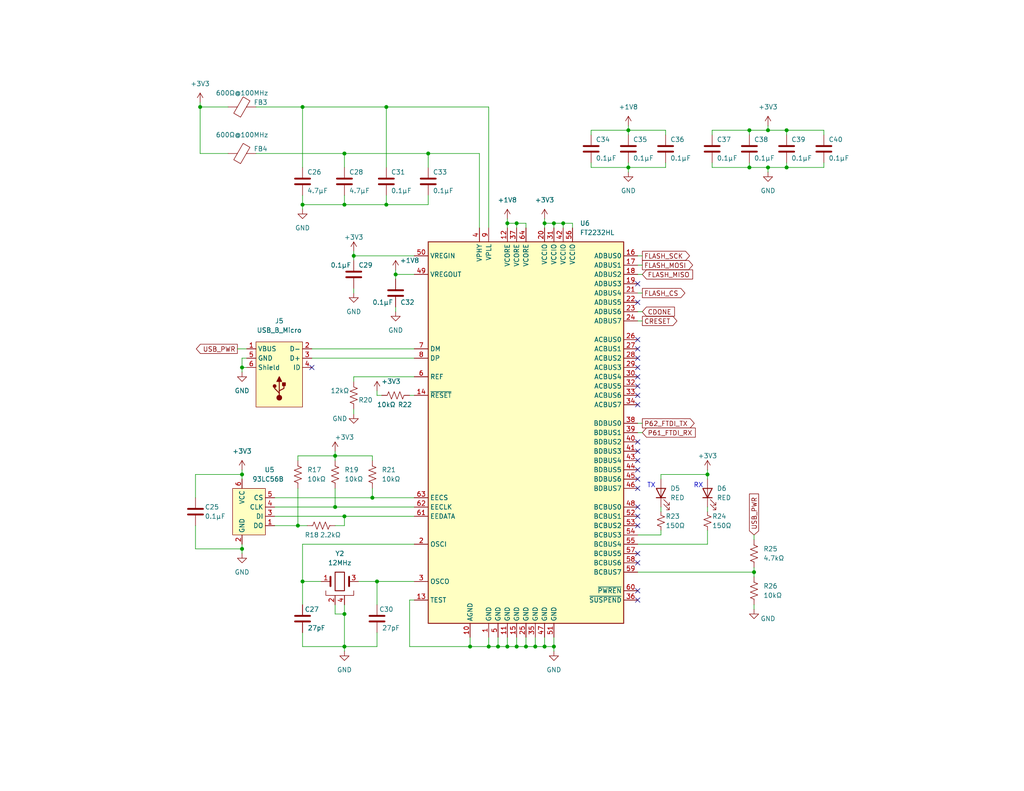
<source format=kicad_sch>
(kicad_sch (version 20230121) (generator eeschema)
  (paper "USLetter")
  (title_block (title "ETH4K") (date "7/28/2023") (rev "1") (company "Theta Machines LLC") (comment 1 "Ryan Stracener") (comment 2 "© 2023, Theta Machines LLC. ") (comment 3 "There is an Important Notice and Disclaimer at the end of this document."))
  (lib_symbols
    (symbol "Device:C" (pin_numbers hide) (pin_names (offset 0.254))
      (property "Reference" "C" (at 0.635 2.54 0))
      (property "Value" "C" (at 0.635 -2.54 0))
      (symbol "C_0_1"
        (polyline (pts (xy -2.032 -0.762) (xy 2.032 -0.762)) (stroke (width 0.508)))
        (polyline (pts (xy -2.032 0.762) (xy 2.032 0.762)) (stroke (width 0.508)))
      )
      (symbol "C_1_1"
        (pin passive line (at 0 3.81 270) (length 2.794) (name "~") (number "1"))
        (pin passive line (at 0 -3.81 90) (length 2.794) (name "~") (number "2"))
      )
    )
    (symbol "Device:FerriteBead" (pin_numbers hide) (pin_names (offset 0))
      (property "Reference" "FB" (at -3.81 0.635 90))
      (property "Value" "FerriteBead" (at 3.81 0 90))
      (symbol "FerriteBead_0_1"
        (polyline (pts (xy 0 -1.27) (xy 0 -1.2192)))
        (polyline (pts (xy 0 1.27) (xy 0 1.2954)))
        (polyline (pts (xy -2.7686 0.4064) (xy -1.7018 2.2606) (xy 2.7686 -0.3048) (xy 1.6764 -2.159) (xy -2.7686 0.4064)))
      )
      (symbol "FerriteBead_1_1"
        (pin passive line (at 0 3.81 270) (length 2.54) (name "~") (number "1"))
        (pin passive line (at 0 -3.81 90) (length 2.54) (name "~") (number "2"))
      )
    )
    (symbol "Device:LED" (pin_numbers hide) (pin_names (offset 1.016) hide)
      (property "Reference" "D" (at 0 2.54 0))
      (property "Value" "LED" (at 0 -2.54 0))
      (symbol "LED_0_1"
        (polyline (pts (xy -1.27 -1.27) (xy -1.27 1.27)) (stroke (width 0.254)))
        (polyline (pts (xy -1.27 0) (xy 1.27 0)))
        (polyline (pts (xy 1.27 -1.27) (xy 1.27 1.27) (xy -1.27 0) (xy 1.27 -1.27)) (stroke (width 0.254)))
        (polyline (pts (xy -3.048 -0.762) (xy -4.572 -2.286) (xy -3.81 -2.286) (xy -4.572 -2.286) (xy -4.572 -1.524)))
        (polyline (pts (xy -1.778 -0.762) (xy -3.302 -2.286) (xy -2.54 -2.286) (xy -3.302 -2.286) (xy -3.302 -1.524)))
      )
      (symbol "LED_1_1"
        (pin passive line (at -3.81 0 0) (length 2.54) (name "K") (number "1"))
        (pin passive line (at 3.81 0 180) (length 2.54) (name "A") (number "2"))
      )
    )
    (symbol "Device:R_Small_US" (pin_numbers hide) (pin_names (offset 0.254) hide)
      (property "Reference" "R" (at 0.762 0.508 0))
      (property "Value" "R_Small_US" (at 0.762 -1.016 0))
      (symbol "R_Small_US_1_1"
        (polyline (pts (xy 0 0) (xy 1.016 -0.381) (xy 0 -0.762) (xy -1.016 -1.143) (xy 0 -1.524)))
        (polyline (pts (xy 0 1.524) (xy 1.016 1.143) (xy 0 0.762) (xy -1.016 0.381) (xy 0 0)))
        (pin passive line (at 0 2.54 270) (length 1.016) (name "~") (number "1"))
        (pin passive line (at 0 -2.54 90) (length 1.016) (name "~") (number "2"))
      )
    )
    (symbol "Device:R_US" (pin_numbers hide) (pin_names (offset 0))
      (property "Reference" "R" (at 2.54 0 90))
      (property "Value" "R_US" (at -2.54 0 90))
      (symbol "R_US_0_1"
        (polyline (pts (xy 0 -2.286) (xy 0 -2.54)))
        (polyline (pts (xy 0 2.286) (xy 0 2.54)))
        (polyline (pts (xy 0 -0.762) (xy 1.016 -1.143) (xy 0 -1.524) (xy -1.016 -1.905) (xy 0 -2.286)))
        (polyline (pts (xy 0 0.762) (xy 1.016 0.381) (xy 0 0) (xy -1.016 -0.381) (xy 0 -0.762)))
        (polyline (pts (xy 0 2.286) (xy 1.016 1.905) (xy 0 1.524) (xy -1.016 1.143) (xy 0 0.762)))
      )
      (symbol "R_US_1_1"
        (pin passive line (at 0 3.81 270) (length 1.27) (name "~") (number "1"))
        (pin passive line (at 0 -3.81 90) (length 1.27) (name "~") (number "2"))
      )
    )
    (symbol "Interface_USB:FT2232HL"
      (property "Reference" "U" (at -26.67 53.34 0))
      (property "Value" "FT2232HL" (at 19.05 53.34 0))
      (symbol "FT2232HL_0_1"
        (rectangle (start -26.67 -52.07) (end 26.67 52.07) (stroke (width 0.254)) (fill (type background)))
      )
      (symbol "FT2232HL_1_1"
        (pin power_in line (at -10.16 -55.88 90) (length 3.81) (name "GND") (number "1"))
        (pin power_in line (at -15.24 -55.88 90) (length 3.81) (name "AGND") (number "10"))
        (pin power_in line (at -5.08 -55.88 90) (length 3.81) (name "GND") (number "11"))
        (pin power_in line (at -5.08 55.88 270) (length 3.81) (name "VCORE") (number "12"))
        (pin input line (at -30.48 -45.72 0) (length 3.81) (name "TEST") (number "13"))
        (pin input line (at -30.48 10.16 0) (length 3.81) (name "~{RESET}") (number "14"))
        (pin power_in line (at -2.54 -55.88 90) (length 3.81) (name "GND") (number "15"))
        (pin bidirectional line (at 30.48 48.26 180) (length 3.81) (name "ADBUS0") (number "16"))
        (pin bidirectional line (at 30.48 45.72 180) (length 3.81) (name "ADBUS1") (number "17"))
        (pin bidirectional line (at 30.48 43.18 180) (length 3.81) (name "ADBUS2") (number "18"))
        (pin bidirectional line (at 30.48 40.64 180) (length 3.81) (name "ADBUS3") (number "19"))
        (pin input line (at -30.48 -30.48 0) (length 3.81) (name "OSCI") (number "2"))
        (pin power_in line (at 5.08 55.88 270) (length 3.81) (name "VCCIO") (number "20"))
        (pin bidirectional line (at 30.48 38.1 180) (length 3.81) (name "ADBUS4") (number "21"))
        (pin bidirectional line (at 30.48 35.56 180) (length 3.81) (name "ADBUS5") (number "22"))
        (pin bidirectional line (at 30.48 33.02 180) (length 3.81) (name "ADBUS6") (number "23"))
        (pin bidirectional line (at 30.48 30.48 180) (length 3.81) (name "ADBUS7") (number "24"))
        (pin power_in line (at 0 -55.88 90) (length 3.81) (name "GND") (number "25"))
        (pin bidirectional line (at 30.48 25.4 180) (length 3.81) (name "ACBUS0") (number "26"))
        (pin bidirectional line (at 30.48 22.86 180) (length 3.81) (name "ACBUS1") (number "27"))
        (pin bidirectional line (at 30.48 20.32 180) (length 3.81) (name "ACBUS2") (number "28"))
        (pin bidirectional line (at 30.48 17.78 180) (length 3.81) (name "ACBUS3") (number "29"))
        (pin output line (at -30.48 -40.64 0) (length 3.81) (name "OSCO") (number "3"))
        (pin bidirectional line (at 30.48 15.24 180) (length 3.81) (name "ACBUS4") (number "30"))
        (pin power_in line (at 7.62 55.88 270) (length 3.81) (name "VCCIO") (number "31"))
        (pin bidirectional line (at 30.48 12.7 180) (length 3.81) (name "ACBUS5") (number "32"))
        (pin bidirectional line (at 30.48 10.16 180) (length 3.81) (name "ACBUS6") (number "33"))
        (pin bidirectional line (at 30.48 7.62 180) (length 3.81) (name "ACBUS7") (number "34"))
        (pin power_in line (at 2.54 -55.88 90) (length 3.81) (name "GND") (number "35"))
        (pin output line (at 30.48 -45.72 180) (length 3.81) (name "~{SUSPEND}") (number "36"))
        (pin power_in line (at -2.54 55.88 270) (length 3.81) (name "VCORE") (number "37"))
        (pin bidirectional line (at 30.48 2.54 180) (length 3.81) (name "BDBUS0") (number "38"))
        (pin bidirectional line (at 30.48 0 180) (length 3.81) (name "BDBUS1") (number "39"))
        (pin power_in line (at -12.7 55.88 270) (length 3.81) (name "VPHY") (number "4"))
        (pin bidirectional line (at 30.48 -2.54 180) (length 3.81) (name "BDBUS2") (number "40"))
        (pin bidirectional line (at 30.48 -5.08 180) (length 3.81) (name "BDBUS3") (number "41"))
        (pin power_in line (at 10.16 55.88 270) (length 3.81) (name "VCCIO") (number "42"))
        (pin bidirectional line (at 30.48 -7.62 180) (length 3.81) (name "BDBUS4") (number "43"))
        (pin bidirectional line (at 30.48 -10.16 180) (length 3.81) (name "BDBUS5") (number "44"))
        (pin bidirectional line (at 30.48 -12.7 180) (length 3.81) (name "BDBUS6") (number "45"))
        (pin bidirectional line (at 30.48 -15.24 180) (length 3.81) (name "BDBUS7") (number "46"))
        (pin power_in line (at 5.08 -55.88 90) (length 3.81) (name "GND") (number "47"))
        (pin bidirectional line (at 30.48 -20.32 180) (length 3.81) (name "BCBUS0") (number "48"))
        (pin power_out line (at -30.48 43.18 0) (length 3.81) (name "VREGOUT") (number "49"))
        (pin power_in line (at -7.62 -55.88 90) (length 3.81) (name "GND") (number "5"))
        (pin power_in line (at -30.48 48.26 0) (length 3.81) (name "VREGIN") (number "50"))
        (pin power_in line (at 7.62 -55.88 90) (length 3.81) (name "GND") (number "51"))
        (pin bidirectional line (at 30.48 -22.86 180) (length 3.81) (name "BCBUS1") (number "52"))
        (pin bidirectional line (at 30.48 -25.4 180) (length 3.81) (name "BCBUS2") (number "53"))
        (pin bidirectional line (at 30.48 -27.94 180) (length 3.81) (name "BCBUS3") (number "54"))
        (pin bidirectional line (at 30.48 -30.48 180) (length 3.81) (name "BCBUS4") (number "55"))
        (pin power_in line (at 12.7 55.88 270) (length 3.81) (name "VCCIO") (number "56"))
        (pin bidirectional line (at 30.48 -33.02 180) (length 3.81) (name "BCBUS5") (number "57"))
        (pin bidirectional line (at 30.48 -35.56 180) (length 3.81) (name "BCBUS6") (number "58"))
        (pin bidirectional line (at 30.48 -38.1 180) (length 3.81) (name "BCBUS7") (number "59"))
        (pin output line (at -30.48 15.24 0) (length 3.81) (name "REF") (number "6"))
        (pin output line (at 30.48 -43.18 180) (length 3.81) (name "~{PWREN}") (number "60"))
        (pin bidirectional line (at -30.48 -22.86 0) (length 3.81) (name "EEDATA") (number "61"))
        (pin output line (at -30.48 -20.32 0) (length 3.81) (name "EECLK") (number "62"))
        (pin output line (at -30.48 -17.78 0) (length 3.81) (name "EECS") (number "63"))
        (pin power_in line (at 0 55.88 270) (length 3.81) (name "VCORE") (number "64"))
        (pin bidirectional line (at -30.48 22.86 0) (length 3.81) (name "DM") (number "7"))
        (pin bidirectional line (at -30.48 20.32 0) (length 3.81) (name "DP") (number "8"))
        (pin input line (at -10.16 55.88 270) (length 3.81) (name "VPLL") (number "9"))
      )
    )
    (symbol "custom_symbols:93LC56B_(SOT-23)"
      (property "Reference" "U" (at -10.16 0 90))
      (property "Value" "93LC56B_(SOT-23)" (at -7.62 0 90))
      (symbol "93LC56B_(SOT-23)_0_1"
        (rectangle (start -5.08 6.35) (end 3.81 -6.35) (fill (type background)))
      )
      (symbol "93LC56B_(SOT-23)_1_1"
        (pin output line (at 6.35 -3.81 180) (length 2.54) (name "DO") (number "1"))
        (pin passive line (at -2.54 -8.89 90) (length 2.54) (name "GND") (number "2"))
        (pin input line (at 6.35 -1.27 180) (length 2.54) (name "DI") (number "3"))
        (pin input line (at 6.35 1.27 180) (length 2.54) (name "CLK") (number "4"))
        (pin input line (at 6.35 3.81 180) (length 2.54) (name "CS") (number "5"))
        (pin input line (at -2.54 8.89 270) (length 2.54) (name "VCC") (number "6"))
      )
    )
    (symbol "custom_symbols:USB_B_Micro"
      (property "Reference" "J" (at 0 10.16 0))
      (property "Value" "USB_B_Micro" (at 0 7.62 0))
      (symbol "USB_B_Micro_0_1"
        (rectangle (start -6.35 4.445) (end 6.35 -13.335) (fill (type background)))
        (circle (center -1.27 -7.62) (radius 0.381) (stroke (width 0.254)) (fill (type outline)))
        (circle (center 0 -10.795) (radius 0.635) (stroke (width 0.254)) (fill (type outline)))
        (polyline (pts (xy -0.635 -6.35) (xy 0.635 -6.35) (xy 0 -5.08) (xy -0.635 -6.35)) (stroke (width 0.254)) (fill (type outline)))
        (polyline (pts (xy 0 -10.16) (xy 0 -9.525) (xy -1.27 -8.255) (xy -1.27 -7.62)) (stroke (width 0.254)))
        (polyline (pts (xy 0 -9.525) (xy 0 -8.89) (xy 1.27 -8.255) (xy 1.27 -6.985)) (stroke (width 0.254)))
        (rectangle (start 0.889 -6.731) (end 1.651 -7.493) (stroke (width 0.254)) (fill (type outline)))
      )
      (symbol "USB_B_Micro_1_1"
        (polyline (pts (xy 0 -8.89) (xy 0 -6.35)) (stroke (width 0.254)))
        (pin passive line (at -8.89 2.54 0) (length 2.54) (name "VBUS") (number "1"))
        (pin bidirectional line (at 8.89 2.54 180) (length 2.54) (name "D-") (number "2"))
        (pin bidirectional line (at 8.89 0 180) (length 2.54) (name "D+") (number "3"))
        (pin passive line (at 8.89 -2.54 180) (length 2.54) (name "ID") (number "4"))
        (pin passive line (at -8.89 0 0) (length 2.54) (name "GND") (number "5"))
        (pin passive line (at -8.89 -2.54 0) (length 2.54) (name "Shield") (number "6"))
      )
    )
    (symbol "custom_symbols:crystal_gnd_24"
      (property "Reference" "Y" (at 0 7.62 0))
      (property "Value" "crystal_gnd_24" (at 0 5.08 0))
      (symbol "crystal_gnd_24_0_1"
        (rectangle (start -1.27 2.54) (end 1.27 -2.54) (stroke (width 0.25)))
        (polyline (pts (xy -2.54 -1.27) (xy -2.54 1.27)) (stroke (width 0.5)))
        (polyline (pts (xy 2.54 -1.27) (xy 2.54 1.27)) (stroke (width 0.5)))
        (polyline (pts (xy -3.81 -2.54) (xy -3.81 -3.81) (xy 3.81 -3.81) (xy 3.81 -2.54)))
      )
      (symbol "crystal_gnd_24_1_1"
        (pin passive line (at -5.08 0 0) (length 2.54) (name "") (number "1"))
        (pin passive line (at -1.27 -6.35 90) (length 2.54) (name "") (number "2"))
        (pin passive line (at 5.08 0 180) (length 2.54) (name "") (number "3"))
        (pin passive line (at 1.27 -6.35 90) (length 2.54) (name "") (number "4"))
      )
    )
    (symbol "power:+1V8" (power) (pin_names (offset 0))
      (property "Value" "+1V8" (at 0 3.556 0))
      (symbol "+1V8_0_1"
        (polyline (pts (xy -0.762 1.27) (xy 0 2.54)))
        (polyline (pts (xy 0 0) (xy 0 2.54)))
        (polyline (pts (xy 0 2.54) (xy 0.762 1.27)))
      )
      (symbol "+1V8_1_1"
        (pin power_in line (at 0 0 90) (length 0) hide (name "+1V8") (number "1"))
      )
    )
    (symbol "power:+3V3" (power) (pin_names (offset 0))
      (property "Value" "+3V3" (at 0 3.556 0))
      (symbol "+3V3_0_1"
        (polyline (pts (xy -0.762 1.27) (xy 0 2.54)))
        (polyline (pts (xy 0 0) (xy 0 2.54)))
        (polyline (pts (xy 0 2.54) (xy 0.762 1.27)))
      )
      (symbol "+3V3_1_1"
        (pin power_in line (at 0 0 90) (length 0) hide (name "+3V3") (number "1"))
      )
    )
    (symbol "power:GND" (power) (pin_names (offset 0))
      (property "Value" "GND" (at 0 -3.81 0))
      (symbol "GND_0_1"
        (polyline (pts (xy 0 0) (xy 0 -1.27) (xy 1.27 -1.27) (xy 0 -2.54) (xy -1.27 -1.27) (xy 0 -1.27)))
      )
      (symbol "GND_1_1"
        (pin power_in line (at 0 0 270) (length 0) hide (name "GND") (number "1"))
      )
    )
  )
  (junction (at 146.05 176.53))
  (junction (at 171.45 45.72))
  (junction (at 138.43 176.53))
  (junction (at 96.52 69.85))
  (junction (at 209.55 35.56))
  (junction (at 153.67 60.96))
  (junction (at 205.74 156.21))
  (junction (at 193.04 129.54))
  (junction (at 209.55 45.72))
  (junction (at 214.63 45.72))
  (junction (at 214.63 35.56))
  (junction (at 66.04 100.33))
  (junction (at 204.47 35.56))
  (junction (at 91.44 124.46))
  (junction (at 82.55 29.21))
  (junction (at 143.51 176.53))
  (junction (at 204.47 45.72))
  (junction (at 66.04 129.54))
  (junction (at 93.98 167.64))
  (junction (at 133.35 176.53))
  (junction (at 93.98 41.91))
  (junction (at 107.95 74.93))
  (junction (at 135.89 176.53))
  (junction (at 81.28 143.51))
  (junction (at 151.13 176.53))
  (junction (at 140.97 176.53))
  (junction (at 101.6 135.89))
  (junction (at 93.98 55.88))
  (junction (at 151.13 60.96))
  (junction (at 93.98 176.53))
  (junction (at 82.55 158.75))
  (junction (at 105.41 29.21))
  (junction (at 91.44 138.43))
  (junction (at 105.41 55.88))
  (junction (at 140.97 60.96))
  (junction (at 116.84 41.91))
  (junction (at 82.55 55.88))
  (junction (at 66.04 149.86))
  (junction (at 93.98 140.97))
  (junction (at 148.59 60.96))
  (junction (at 148.59 176.53))
  (junction (at 54.61 29.21))
  (junction (at 102.87 158.75))
  (junction (at 128.27 176.53))
  (junction (at 171.45 35.56))
  (junction (at 138.43 60.96))
  (no_connect (at 173.99 107.95))
  (no_connect (at 173.99 140.97))
  (no_connect (at 173.99 120.65))
  (no_connect (at 173.99 102.87))
  (no_connect (at 173.99 130.81))
  (no_connect (at 173.99 110.49))
  (no_connect (at 173.99 77.47))
  (no_connect (at 173.99 95.25))
  (no_connect (at 173.99 123.19))
  (no_connect (at 173.99 125.73))
  (no_connect (at 173.99 97.79))
  (no_connect (at 173.99 143.51))
  (no_connect (at 173.99 82.55))
  (no_connect (at 173.99 161.29))
  (no_connect (at 173.99 105.41))
  (no_connect (at 173.99 153.67))
  (no_connect (at 173.99 128.27))
  (no_connect (at 173.99 92.71))
  (no_connect (at 85.09 100.33))
  (no_connect (at 173.99 151.13))
  (no_connect (at 173.99 100.33))
  (no_connect (at 173.99 133.35))
  (no_connect (at 173.99 138.43))
  (no_connect (at 173.99 163.83))
  (wire (pts (xy 148.59 59.69) (xy 148.59 60.96)))
  (wire (pts (xy 175.26 87.63) (xy 173.99 87.63)))
  (wire (pts (xy 151.13 60.96) (xy 153.67 60.96)))
  (wire (pts (xy 62.23 41.91) (xy 54.61 41.91)))
  (wire (pts (xy 180.34 129.54) (xy 193.04 129.54)))
  (wire (pts (xy 102.87 107.95) (xy 102.87 106.68)))
  (wire (pts (xy 205.74 146.05) (xy 205.74 147.32)))
  (wire (pts (xy 133.35 62.23) (xy 133.35 29.21)))
  (wire (pts (xy 140.97 176.53) (xy 138.43 176.53)))
  (wire (pts (xy 87.63 158.75) (xy 82.55 158.75)))
  (wire (pts (xy 209.55 45.72) (xy 209.55 46.99)))
  (wire (pts (xy 101.6 125.73) (xy 101.6 124.46)))
  (wire (pts (xy 180.34 129.54) (xy 180.34 130.81)))
  (wire (pts (xy 69.85 29.21) (xy 82.55 29.21)))
  (wire (pts (xy 66.04 97.79) (xy 66.04 100.33)))
  (wire (pts (xy 171.45 46.99) (xy 171.45 45.72)))
  (wire (pts (xy 205.74 156.21) (xy 205.74 154.94)))
  (wire (pts (xy 82.55 158.75) (xy 82.55 165.1)))
  (wire (pts (xy 91.44 143.51) (xy 93.98 143.51)))
  (wire (pts (xy 138.43 59.69) (xy 138.43 60.96)))
  (wire (pts (xy 54.61 29.21) (xy 62.23 29.21)))
  (wire (pts (xy 82.55 158.75) (xy 82.55 148.59)))
  (wire (pts (xy 54.61 41.91) (xy 54.61 29.21)))
  (wire (pts (xy 93.98 167.64) (xy 93.98 176.53)))
  (wire (pts (xy 181.61 35.56) (xy 171.45 35.56)))
  (wire (pts (xy 143.51 173.99) (xy 143.51 176.53)))
  (wire (pts (xy 113.03 163.83) (xy 111.76 163.83)))
  (wire (pts (xy 214.63 45.72) (xy 214.63 44.45)))
  (wire (pts (xy 102.87 158.75) (xy 102.87 165.1)))
  (wire (pts (xy 224.79 44.45) (xy 224.79 45.72)))
  (wire (pts (xy 116.84 53.34) (xy 116.84 55.88)))
  (wire (pts (xy 161.29 44.45) (xy 161.29 45.72)))
  (wire (pts (xy 81.28 143.51) (xy 74.93 143.51)))
  (wire (pts (xy 128.27 173.99) (xy 128.27 176.53)))
  (wire (pts (xy 93.98 41.91) (xy 93.98 45.72)))
  (wire (pts (xy 209.55 45.72) (xy 214.63 45.72)))
  (wire (pts (xy 82.55 55.88) (xy 93.98 55.88)))
  (wire (pts (xy 148.59 176.53) (xy 146.05 176.53)))
  (wire (pts (xy 85.09 95.25) (xy 113.03 95.25)))
  (wire (pts (xy 180.34 146.05) (xy 173.99 146.05)))
  (wire (pts (xy 143.51 62.23) (xy 143.51 60.96)))
  (wire (pts (xy 54.61 27.94) (xy 54.61 29.21)))
  (wire (pts (xy 175.26 115.57) (xy 173.99 115.57)))
  (wire (pts (xy 105.41 29.21) (xy 133.35 29.21)))
  (wire (pts (xy 194.31 44.45) (xy 194.31 45.72)))
  (wire (pts (xy 96.52 69.85) (xy 96.52 71.12)))
  (wire (pts (xy 224.79 45.72) (xy 214.63 45.72)))
  (wire (pts (xy 53.34 129.54) (xy 66.04 129.54)))
  (wire (pts (xy 140.97 60.96) (xy 140.97 62.23)))
  (wire (pts (xy 93.98 41.91) (xy 69.85 41.91)))
  (wire (pts (xy 180.34 144.78) (xy 180.34 146.05)))
  (wire (pts (xy 105.41 29.21) (xy 105.41 45.72)))
  (wire (pts (xy 181.61 36.83) (xy 181.61 35.56)))
  (wire (pts (xy 93.98 165.1) (xy 93.98 167.64)))
  (wire (pts (xy 205.74 157.48) (xy 205.74 156.21)))
  (wire (pts (xy 151.13 177.8) (xy 151.13 176.53)))
  (wire (pts (xy 107.95 83.82) (xy 107.95 85.09)))
  (wire (pts (xy 171.45 35.56) (xy 161.29 35.56)))
  (wire (pts (xy 135.89 173.99) (xy 135.89 176.53)))
  (wire (pts (xy 161.29 35.56) (xy 161.29 36.83)))
  (wire (pts (xy 93.98 55.88) (xy 105.41 55.88)))
  (wire (pts (xy 193.04 148.59) (xy 193.04 144.78)))
  (wire (pts (xy 175.26 80.01) (xy 173.99 80.01)))
  (wire (pts (xy 214.63 36.83) (xy 214.63 35.56)))
  (wire (pts (xy 82.55 176.53) (xy 93.98 176.53)))
  (wire (pts (xy 171.45 44.45) (xy 171.45 45.72)))
  (wire (pts (xy 101.6 133.35) (xy 101.6 135.89)))
  (wire (pts (xy 175.26 118.11) (xy 173.99 118.11)))
  (wire (pts (xy 91.44 138.43) (xy 113.03 138.43)))
  (wire (pts (xy 83.82 143.51) (xy 81.28 143.51)))
  (wire (pts (xy 143.51 176.53) (xy 140.97 176.53)))
  (wire (pts (xy 204.47 35.56) (xy 204.47 36.83)))
  (wire (pts (xy 82.55 53.34) (xy 82.55 55.88)))
  (wire (pts (xy 148.59 62.23) (xy 148.59 60.96)))
  (wire (pts (xy 105.41 53.34) (xy 105.41 55.88)))
  (wire (pts (xy 91.44 167.64) (xy 93.98 167.64)))
  (wire (pts (xy 175.26 74.93) (xy 173.99 74.93)))
  (wire (pts (xy 67.31 97.79) (xy 66.04 97.79)))
  (wire (pts (xy 91.44 124.46) (xy 91.44 125.73)))
  (wire (pts (xy 204.47 35.56) (xy 194.31 35.56)))
  (wire (pts (xy 53.34 135.89) (xy 53.34 129.54)))
  (wire (pts (xy 74.93 140.97) (xy 93.98 140.97)))
  (wire (pts (xy 171.45 34.29) (xy 171.45 35.56)))
  (wire (pts (xy 224.79 35.56) (xy 214.63 35.56)))
  (wire (pts (xy 133.35 176.53) (xy 128.27 176.53)))
  (wire (pts (xy 96.52 102.87) (xy 96.52 104.14)))
  (wire (pts (xy 138.43 173.99) (xy 138.43 176.53)))
  (wire (pts (xy 85.09 97.79) (xy 113.03 97.79)))
  (wire (pts (xy 130.81 41.91) (xy 116.84 41.91)))
  (wire (pts (xy 81.28 133.35) (xy 81.28 143.51)))
  (wire (pts (xy 140.97 173.99) (xy 140.97 176.53)))
  (wire (pts (xy 138.43 60.96) (xy 138.43 62.23)))
  (wire (pts (xy 96.52 113.03) (xy 96.52 111.76)))
  (wire (pts (xy 146.05 173.99) (xy 146.05 176.53)))
  (wire (pts (xy 193.04 128.27) (xy 193.04 129.54)))
  (wire (pts (xy 107.95 73.66) (xy 107.95 74.93)))
  (wire (pts (xy 107.95 74.93) (xy 113.03 74.93)))
  (wire (pts (xy 96.52 68.58) (xy 96.52 69.85)))
  (wire (pts (xy 93.98 53.34) (xy 93.98 55.88)))
  (wire (pts (xy 93.98 176.53) (xy 93.98 177.8)))
  (wire (pts (xy 102.87 158.75) (xy 113.03 158.75)))
  (wire (pts (xy 181.61 45.72) (xy 181.61 44.45)))
  (wire (pts (xy 153.67 60.96) (xy 153.67 62.23)))
  (wire (pts (xy 173.99 148.59) (xy 193.04 148.59)))
  (wire (pts (xy 53.34 149.86) (xy 66.04 149.86)))
  (wire (pts (xy 91.44 124.46) (xy 81.28 124.46)))
  (wire (pts (xy 138.43 176.53) (xy 135.89 176.53)))
  (wire (pts (xy 209.55 34.29) (xy 209.55 35.56)))
  (wire (pts (xy 66.04 149.86) (xy 66.04 148.59)))
  (wire (pts (xy 66.04 129.54) (xy 66.04 130.81)))
  (wire (pts (xy 171.45 35.56) (xy 171.45 36.83)))
  (wire (pts (xy 140.97 60.96) (xy 138.43 60.96)))
  (wire (pts (xy 102.87 176.53) (xy 93.98 176.53)))
  (wire (pts (xy 66.04 151.13) (xy 66.04 149.86)))
  (wire (pts (xy 130.81 62.23) (xy 130.81 41.91)))
  (wire (pts (xy 175.26 69.85) (xy 173.99 69.85)))
  (wire (pts (xy 143.51 60.96) (xy 140.97 60.96)))
  (wire (pts (xy 151.13 60.96) (xy 151.13 62.23)))
  (wire (pts (xy 113.03 102.87) (xy 96.52 102.87)))
  (wire (pts (xy 194.31 35.56) (xy 194.31 36.83)))
  (wire (pts (xy 66.04 128.27) (xy 66.04 129.54)))
  (wire (pts (xy 82.55 57.15) (xy 82.55 55.88)))
  (wire (pts (xy 101.6 124.46) (xy 91.44 124.46)))
  (wire (pts (xy 82.55 29.21) (xy 105.41 29.21)))
  (wire (pts (xy 91.44 165.1) (xy 91.44 167.64)))
  (wire (pts (xy 161.29 45.72) (xy 171.45 45.72)))
  (wire (pts (xy 151.13 176.53) (xy 148.59 176.53)))
  (wire (pts (xy 148.59 60.96) (xy 151.13 60.96)))
  (wire (pts (xy 151.13 173.99) (xy 151.13 176.53)))
  (wire (pts (xy 204.47 44.45) (xy 204.47 45.72)))
  (wire (pts (xy 135.89 176.53) (xy 133.35 176.53)))
  (wire (pts (xy 146.05 176.53) (xy 143.51 176.53)))
  (wire (pts (xy 193.04 138.43) (xy 193.04 139.7)))
  (wire (pts (xy 133.35 173.99) (xy 133.35 176.53)))
  (wire (pts (xy 53.34 143.51) (xy 53.34 149.86)))
  (wire (pts (xy 193.04 129.54) (xy 193.04 130.81)))
  (wire (pts (xy 93.98 140.97) (xy 113.03 140.97)))
  (wire (pts (xy 209.55 35.56) (xy 204.47 35.56)))
  (wire (pts (xy 148.59 173.99) (xy 148.59 176.53)))
  (wire (pts (xy 97.79 158.75) (xy 102.87 158.75)))
  (wire (pts (xy 74.93 135.89) (xy 101.6 135.89)))
  (wire (pts (xy 194.31 45.72) (xy 204.47 45.72)))
  (wire (pts (xy 175.26 72.39) (xy 173.99 72.39)))
  (wire (pts (xy 81.28 124.46) (xy 81.28 125.73)))
  (wire (pts (xy 96.52 80.01) (xy 96.52 78.74)))
  (wire (pts (xy 107.95 76.2) (xy 107.95 74.93)))
  (wire (pts (xy 74.93 138.43) (xy 91.44 138.43)))
  (wire (pts (xy 116.84 41.91) (xy 116.84 45.72)))
  (wire (pts (xy 96.52 69.85) (xy 113.03 69.85)))
  (wire (pts (xy 66.04 101.6) (xy 66.04 100.33)))
  (wire (pts (xy 204.47 45.72) (xy 209.55 45.72)))
  (wire (pts (xy 91.44 123.19) (xy 91.44 124.46)))
  (wire (pts (xy 171.45 45.72) (xy 181.61 45.72)))
  (wire (pts (xy 173.99 156.21) (xy 205.74 156.21)))
  (wire (pts (xy 104.14 107.95) (xy 102.87 107.95)))
  (wire (pts (xy 205.74 166.37) (xy 205.74 165.1)))
  (wire (pts (xy 93.98 143.51) (xy 93.98 140.97)))
  (wire (pts (xy 101.6 135.89) (xy 113.03 135.89)))
  (wire (pts (xy 102.87 172.72) (xy 102.87 176.53)))
  (wire (pts (xy 66.04 100.33) (xy 67.31 100.33)))
  (wire (pts (xy 153.67 60.96) (xy 156.21 60.96)))
  (wire (pts (xy 175.26 85.09) (xy 173.99 85.09)))
  (wire (pts (xy 116.84 41.91) (xy 93.98 41.91)))
  (wire (pts (xy 111.76 163.83) (xy 111.76 176.53)))
  (wire (pts (xy 224.79 36.83) (xy 224.79 35.56)))
  (wire (pts (xy 64.77 95.25) (xy 67.31 95.25)))
  (wire (pts (xy 82.55 45.72) (xy 82.55 29.21)))
  (wire (pts (xy 105.41 55.88) (xy 116.84 55.88)))
  (wire (pts (xy 214.63 35.56) (xy 209.55 35.56)))
  (wire (pts (xy 156.21 60.96) (xy 156.21 62.23)))
  (wire (pts (xy 111.76 176.53) (xy 128.27 176.53)))
  (wire (pts (xy 82.55 172.72) (xy 82.55 176.53)))
  (wire (pts (xy 91.44 133.35) (xy 91.44 138.43)))
  (wire (pts (xy 111.76 107.95) (xy 113.03 107.95)))
  (wire (pts (xy 82.55 148.59) (xy 113.03 148.59)))
  (wire (pts (xy 180.34 138.43) (xy 180.34 139.7)))
  (text "TX" (at 176.53 133.35 0) (effects (font (size 1.27 1.27)) (justify left bottom)))
  (text "RX" (at 189.23 133.35 0) (effects (font (size 1.27 1.27)) (justify left bottom)))
  (global_label "FLASH_MISO" (shape input) (at 175.26 74.93 0) (property "Intersheetrefs" "${INTERSHEET_REFS}" (effects hide)))
  (global_label "FLASH_MOSI" (shape output) (at 175.26 72.39 0) (property "Intersheetrefs" "${INTERSHEET_REFS}" (effects hide)))
  (global_label "USB_PWR" (shape input) (at 205.74 146.05 90) (property "Intersheetrefs" "${INTERSHEET_REFS}" (effects hide)))
  (global_label "P62_FTDI_TX" (shape output) (at 175.26 115.57 0) (property "Intersheetrefs" "${INTERSHEET_REFS}" (effects hide)))
  (global_label "FLASH_CS" (shape output) (at 175.26 80.01 0) (property "Intersheetrefs" "${INTERSHEET_REFS}" (effects hide)))
  (global_label "P61_FTDI_RX" (shape input) (at 175.26 118.11 0) (property "Intersheetrefs" "${INTERSHEET_REFS}" (effects hide)))
  (global_label "CDONE" (shape input) (at 175.26 85.09 0) (property "Intersheetrefs" "${INTERSHEET_REFS}" (effects hide)))
  (global_label "FLASH_SCK" (shape output) (at 175.26 69.85 0) (property "Intersheetrefs" "${INTERSHEET_REFS}" (effects hide)))
  (global_label "CRESET" (shape output) (at 175.26 87.63 0) (property "Intersheetrefs" "${INTERSHEET_REFS}" (effects hide)))
  (global_label "USB_PWR" (shape output) (at 64.77 95.25 180) (property "Intersheetrefs" "${INTERSHEET_REFS}" (effects hide)))
  (symbol (lib_id "power:+3V3") (at 91.44 123.19 0) (unit 1)
    (property "Reference" "#PWR065" (effects hide))
    (property "Value" "+3V3" (at 93.98 119.38 0))
  )
  (symbol (lib_id "Device:R_US") (at 87.63 143.51 270) (unit 1)
    (property "Reference" "R18" (at 85.09 146.05 90))
    (property "Value" "2.2kΩ" (at 90.17 146.05 90))
    (property "Footprint" "Resistor_SMD:R_0603_1608Metric" (effects hide))
  )
  (symbol (lib_id "Device:C") (at 82.55 168.91 180) (unit 1)
    (property "Reference" "C27" (at 85.09 166.37 0))
    (property "Value" "27pF" (at 86.36 171.45 0))
    (property "Footprint" "Capacitor_SMD:C_0603_1608Metric" (effects hide))
  )
  (symbol (lib_id "Device:LED") (at 180.34 134.62 90) (unit 1)
    (property "Reference" "D5" (at 182.88 133.35 90) (effects (justify right)))
    (property "Value" "RED" (at 182.88 135.89 90) (effects (justify right)))
    (property "Footprint" "LED_SMD:LED_0603_1608Metric" (effects hide))
  )
  (symbol (lib_id "Device:C") (at 171.45 40.64 0) (unit 1)
    (property "Reference" "C35" (at 172.72 38.1 0) (effects (justify left)))
    (property "Value" "0.1μF" (at 172.72 43.18 0) (effects (justify left)))
    (property "Footprint" "Capacitor_SMD:C_0603_1608Metric" (effects hide))
  )
  (symbol (lib_id "Device:C") (at 214.63 40.64 0) (unit 1)
    (property "Reference" "C39" (at 215.9 38.1 0) (effects (justify left)))
    (property "Value" "0.1μF" (at 215.9 43.18 0) (effects (justify left)))
    (property "Footprint" "Capacitor_SMD:C_0603_1608Metric" (effects hide))
  )
  (symbol (lib_id "Device:C") (at 194.31 40.64 0) (unit 1)
    (property "Reference" "C37" (at 195.58 38.1 0) (effects (justify left)))
    (property "Value" "0.1μF" (at 195.58 43.18 0) (effects (justify left)))
    (property "Footprint" "Capacitor_SMD:C_0603_1608Metric" (effects hide))
  )
  (symbol (lib_id "power:GND") (at 209.55 46.99 0) (unit 1)
    (property "Reference" "#PWR081" (effects hide))
    (property "Value" "GND" (at 209.55 52.07 0))
  )
  (symbol (lib_id "Device:R_US") (at 91.44 129.54 0) (unit 1)
    (property "Reference" "R19" (at 93.98 128.2699 0) (effects (justify left)))
    (property "Value" "10kΩ" (at 93.98 130.8099 0) (effects (justify left)))
    (property "Footprint" "Resistor_SMD:R_0603_1608Metric" (effects hide))
  )
  (symbol (lib_id "power:GND") (at 205.74 166.37 0) (unit 1)
    (property "Reference" "#PWR079" (effects hide))
    (property "Value" "GND" (at 209.55 168.91 0))
  )
  (symbol (lib_id "power:GND") (at 93.98 177.8 0) (unit 1)
    (property "Reference" "#PWR066" (effects hide))
    (property "Value" "GND" (at 93.98 182.88 0))
  )
  (symbol (lib_id "power:GND") (at 96.52 113.03 0) (unit 1)
    (property "Reference" "#PWR069" (effects hide))
    (property "Value" "GND" (at 92.71 114.3 0))
  )
  (symbol (lib_id "Device:R_US") (at 205.74 151.13 0) (unit 1)
    (property "Reference" "R25" (at 208.28 149.8599 0) (effects (justify left)))
    (property "Value" "4.7kΩ" (at 208.28 152.3999 0) (effects (justify left)))
    (property "Footprint" "Resistor_SMD:R_0603_1608Metric" (effects hide))
  )
  (symbol (lib_id "power:+1V8") (at 138.43 59.69 0) (unit 1)
    (property "Reference" "#PWR073" (effects hide))
    (property "Value" "+1V8" (at 138.43 54.61 0))
  )
  (symbol (lib_id "power:+3V3") (at 148.59 59.69 0) (unit 1)
    (property "Reference" "#PWR074" (effects hide))
    (property "Value" "+3V3" (at 148.59 54.61 0))
  )
  (symbol (lib_id "Device:C") (at 204.47 40.64 0) (unit 1)
    (property "Reference" "C38" (at 205.74 38.1 0) (effects (justify left)))
    (property "Value" "0.1μF" (at 205.74 43.18 0) (effects (justify left)))
    (property "Footprint" "Capacitor_SMD:C_0603_1608Metric" (effects hide))
  )
  (symbol (lib_id "power:GND") (at 96.52 80.01 0) (unit 1)
    (property "Reference" "#PWR068" (effects hide))
    (property "Value" "GND" (at 96.52 85.09 0))
  )
  (symbol (lib_id "Device:C") (at 102.87 168.91 0) (unit 1)
    (property "Reference" "C30" (at 105.41 166.37 0))
    (property "Value" "27pF" (at 106.68 171.45 0))
    (property "Footprint" "Capacitor_SMD:C_0603_1608Metric" (effects hide))
  )
  (symbol (lib_id "Device:C") (at 224.79 40.64 0) (unit 1)
    (property "Reference" "C40" (at 226.06 38.1 0) (effects (justify left)))
    (property "Value" "0.1μF" (at 226.06 43.18 0) (effects (justify left)))
    (property "Footprint" "Capacitor_SMD:C_0603_1608Metric" (effects hide))
  )
  (symbol (lib_id "Interface_USB:FT2232HL") (at 143.51 118.11 0) (unit 1)
    (property "Reference" "U6" (at 158.2294 60.96 0) (effects (justify left)))
    (property "Value" "FT2232HL" (at 158.2294 63.5 0) (effects (justify left)))
    (property "Footprint" "Package_QFP:LQFP-64_10x10mm_P0.5mm" (effects hide))
    (property "Datasheet" "https://www.ftdichip.com/Support/Documents/DataSheets/ICs/DS_FT2232H.pdf" (effects hide))
  )
  (symbol (lib_id "power:+1V8") (at 107.95 73.66 0) (unit 1)
    (property "Reference" "#PWR071" (effects hide))
    (property "Value" "+1V8" (at 111.76 71.12 0))
  )
  (symbol (lib_id "Device:C") (at 161.29 40.64 0) (unit 1)
    (property "Reference" "C34" (at 162.56 38.1 0) (effects (justify left)))
    (property "Value" "0.1μF" (at 162.56 43.18 0) (effects (justify left)))
    (property "Footprint" "Capacitor_SMD:C_0603_1608Metric" (effects hide))
  )
  (symbol (lib_id "power:GND") (at 107.95 85.09 0) (unit 1)
    (property "Reference" "#PWR072" (effects hide))
    (property "Value" "GND" (at 107.95 90.17 0))
  )
  (symbol (lib_id "power:+3V3") (at 209.55 34.29 0) (unit 1)
    (property "Reference" "#PWR080" (effects hide))
    (property "Value" "+3V3" (at 209.55 29.21 0))
  )
  (symbol (lib_id "Device:C") (at 116.84 49.53 0) (unit 1)
    (property "Reference" "C33" (at 118.11 46.99 0) (effects (justify left)))
    (property "Value" "0.1μF" (at 118.11 52.07 0) (effects (justify left)))
    (property "Footprint" "Capacitor_SMD:C_0603_1608Metric" (effects hide))
  )
  (symbol (lib_id "Device:R_US") (at 96.52 107.95 0) (unit 1)
    (property "Reference" "R20" (at 97.79 109.22 0) (effects (justify left)))
    (property "Value" "12kΩ" (at 90.17 106.68 0) (effects (justify left)))
    (property "Footprint" "Resistor_SMD:R_0603_1608Metric" (effects hide))
  )
  (symbol (lib_id "Device:FerriteBead") (at 66.04 29.21 90) (unit 1)
    (property "Reference" "FB3" (at 71.12 27.94 90))
    (property "Value" "600Ω@100MHz" (at 66.04 25.4 90))
    (property "Footprint" "Inductor_SMD:L_0805_2012Metric" (effects hide))
  )
  (symbol (lib_id "Device:C") (at 105.41 49.53 0) (unit 1)
    (property "Reference" "C31" (at 106.68 46.99 0) (effects (justify left)))
    (property "Value" "0.1μF" (at 106.68 52.07 0) (effects (justify left)))
    (property "Footprint" "Capacitor_SMD:C_0603_1608Metric" (effects hide))
  )
  (symbol (lib_id "Device:R_US") (at 205.74 161.29 0) (unit 1)
    (property "Reference" "R26" (at 208.28 160.0199 0) (effects (justify left)))
    (property "Value" "10kΩ" (at 208.28 162.5599 0) (effects (justify left)))
    (property "Footprint" "Resistor_SMD:R_0603_1608Metric" (effects hide))
  )
  (symbol (lib_id "power:GND") (at 171.45 46.99 0) (unit 1)
    (property "Reference" "#PWR077" (effects hide))
    (property "Value" "GND" (at 171.45 52.07 0))
  )
  (symbol (lib_id "power:+3V3") (at 54.61 27.94 0) (unit 1)
    (property "Reference" "#PWR060" (effects hide))
    (property "Value" "+3V3" (at 54.61 22.86 0))
  )
  (symbol (lib_id "power:+3V3") (at 66.04 128.27 0) (unit 1)
    (property "Reference" "#PWR062" (effects hide))
    (property "Value" "+3V3" (at 66.04 123.19 0))
  )
  (symbol (lib_id "power:GND") (at 66.04 151.13 0) (unit 1)
    (property "Reference" "#PWR063" (effects hide))
    (property "Value" "GND" (at 66.04 156.21 0))
  )
  (symbol (lib_id "power:+3V3") (at 102.87 106.68 0) (unit 1)
    (property "Reference" "#PWR070" (effects hide))
    (property "Value" "+3V3" (at 106.68 104.14 0))
  )
  (symbol (lib_id "power:+3V3") (at 96.52 68.58 0) (unit 1)
    (property "Reference" "#PWR067" (effects hide))
    (property "Value" "+3V3" (at 96.52 64.77 0))
  )
  (symbol (lib_id "custom_symbols:crystal_gnd_24") (at 92.71 158.75 0) (unit 1)
    (property "Reference" "Y2" (at 92.71 151.13 0))
    (property "Value" "12MHz" (at 92.71 153.67 0))
    (property "Footprint" "Crystal:Crystal_SMD_Abracon_ABM8G-4Pin_3.2x2.5mm" (effects hide))
  )
  (symbol (lib_id "custom_symbols:USB_B_Micro") (at 76.2 97.79 0) (unit 1)
    (property "Reference" "J5" (at 76.2 87.63 0))
    (property "Value" "USB_B_Micro" (at 76.2 90.17 0))
    (property "Footprint" "Custom_Footprints:101181920001LF" (effects hide))
  )
  (symbol (lib_id "power:GND") (at 82.55 57.15 0) (unit 1)
    (property "Reference" "#PWR064" (effects hide))
    (property "Value" "GND" (at 82.55 62.23 0))
  )
  (symbol (lib_id "Device:C") (at 82.55 49.53 0) (unit 1)
    (property "Reference" "C26" (at 83.82 46.99 0) (effects (justify left)))
    (property "Value" "4.7μF" (at 83.82 52.07 0) (effects (justify left)))
    (property "Footprint" "Capacitor_SMD:C_0603_1608Metric" (effects hide))
  )
  (symbol (lib_id "power:GND") (at 66.04 101.6 0) (unit 1)
    (property "Reference" "#PWR061" (effects hide))
    (property "Value" "GND" (at 66.04 106.68 0))
  )
  (symbol (lib_id "Device:R_US") (at 107.95 107.95 90) (unit 1)
    (property "Reference" "R22" (at 110.49 110.49 90))
    (property "Value" "10kΩ" (at 105.41 110.49 90))
    (property "Footprint" "Resistor_SMD:R_0603_1608Metric" (effects hide))
  )
  (symbol (lib_id "Device:R_Small_US") (at 193.04 142.24 0) (unit 1)
    (property "Reference" "R24" (at 194.31 140.97 0) (effects (justify left)))
    (property "Value" "150Ω" (at 194.31 143.51 0) (effects (justify left)))
    (property "Footprint" "Resistor_SMD:R_0603_1608Metric" (effects hide))
  )
  (symbol (lib_id "Device:R_US") (at 81.28 129.54 0) (unit 1)
    (property "Reference" "R17" (at 83.82 128.2699 0) (effects (justify left)))
    (property "Value" "10kΩ" (at 83.82 130.8099 0) (effects (justify left)))
    (property "Footprint" "Resistor_SMD:R_0603_1608Metric" (effects hide))
  )
  (symbol (lib_id "Device:C") (at 181.61 40.64 0) (unit 1)
    (property "Reference" "C36" (at 182.88 38.1 0) (effects (justify left)))
    (property "Value" "0.1μF" (at 182.88 43.18 0) (effects (justify left)))
    (property "Footprint" "Capacitor_SMD:C_0603_1608Metric" (effects hide))
  )
  (symbol (lib_id "power:GND") (at 151.13 177.8 0) (unit 1)
    (property "Reference" "#PWR075" (effects hide))
    (property "Value" "GND" (at 151.13 182.88 0))
  )
  (symbol (lib_id "Device:LED") (at 193.04 134.62 90) (unit 1)
    (property "Reference" "D6" (at 195.58 133.35 90) (effects (justify right)))
    (property "Value" "RED" (at 195.58 135.89 90) (effects (justify right)))
    (property "Footprint" "LED_SMD:LED_0603_1608Metric" (effects hide))
  )
  (symbol (lib_id "power:+1V8") (at 171.45 34.29 0) (unit 1)
    (property "Reference" "#PWR076" (effects hide))
    (property "Value" "+1V8" (at 171.45 29.21 0))
  )
  (symbol (lib_id "Device:C") (at 53.34 139.7 0) (unit 1)
    (property "Reference" "C25" (at 55.88 138.43 0) (effects (justify left)))
    (property "Value" "0.1μF" (at 55.88 140.97 0) (effects (justify left)))
    (property "Footprint" "Capacitor_SMD:C_0603_1608Metric" (effects hide))
  )
  (symbol (lib_id "Device:C") (at 96.52 74.93 0) (unit 1)
    (property "Reference" "C29" (at 97.79 72.39 0) (effects (justify left)))
    (property "Value" "0.1μF" (at 90.17 72.39 0) (effects (justify left)))
    (property "Footprint" "Capacitor_SMD:C_0603_1608Metric" (effects hide))
  )
  (symbol (lib_id "Device:R_Small_US") (at 180.34 142.24 0) (unit 1)
    (property "Reference" "R23" (at 181.61 140.97 0) (effects (justify left)))
    (property "Value" "150Ω" (at 181.61 143.51 0) (effects (justify left)))
    (property "Footprint" "Resistor_SMD:R_0603_1608Metric" (effects hide))
  )
  (symbol (lib_id "power:+3V3") (at 193.04 128.27 0) (unit 1)
    (property "Reference" "#PWR078" (effects hide))
    (property "Value" "+3V3" (at 193.04 124.46 0))
  )
  (symbol (lib_id "Device:FerriteBead") (at 66.04 41.91 90) (unit 1)
    (property "Reference" "FB4" (at 71.12 40.64 90))
    (property "Value" "600Ω@100MHz" (at 66.04 36.83 90))
    (property "Footprint" "Inductor_SMD:L_0805_2012Metric" (effects hide))
  )
  (symbol (lib_id "Device:C") (at 107.95 80.01 0) (unit 1)
    (property "Reference" "C32" (at 109.22 82.55 0) (effects (justify left)))
    (property "Value" "0.1μF" (at 101.6 82.55 0) (effects (justify left)))
    (property "Footprint" "Capacitor_SMD:C_0603_1608Metric" (effects hide))
  )
  (symbol (lib_id "Device:R_US") (at 101.6 129.54 0) (unit 1)
    (property "Reference" "R21" (at 104.14 128.2699 0) (effects (justify left)))
    (property "Value" "10kΩ" (at 104.14 130.8099 0) (effects (justify left)))
    (property "Footprint" "Resistor_SMD:R_0603_1608Metric" (effects hide))
  )
  (symbol (lib_id "Device:C") (at 93.98 49.53 0) (unit 1)
    (property "Reference" "C28" (at 95.25 46.99 0) (effects (justify left)))
    (property "Value" "4.7μF" (at 95.25 52.07 0) (effects (justify left)))
    (property "Footprint" "Capacitor_SMD:C_0603_1608Metric" (effects hide))
  )
  (symbol (lib_id "custom_symbols:93LC56B_(SOT-23)") (at 68.58 139.7 0) (unit 1)
    (property "Reference" "U5" (at 74.93 128.27 0) (effects (justify right)))
    (property "Value" "93LC56B" (at 77.47 130.81 0) (effects (justify right)))
    (property "Footprint" "Package_TO_SOT_SMD:SOT-23-6" (effects hide))
  )
)
</source>
